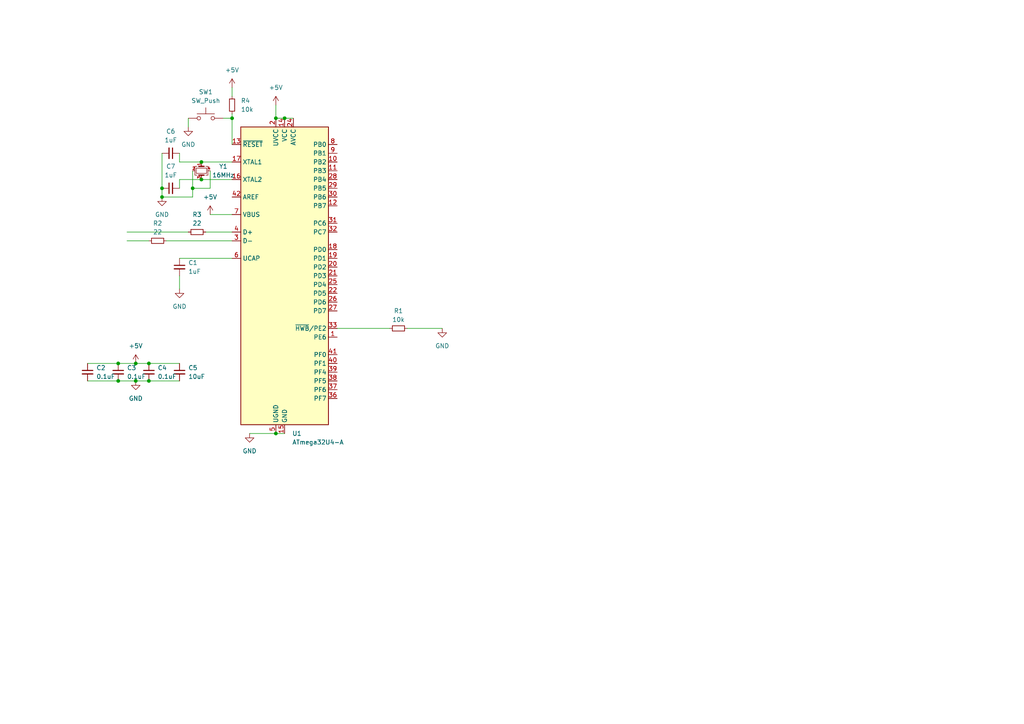
<source format=kicad_sch>
(kicad_sch (version 20230121) (generator eeschema)
  (paper "A4")
  (lib_symbols
    (symbol "Device:C_Small" (pin_numbers hide) (pin_names (offset 0.254) hide)
      (property "Reference" "C" (at 0.254 1.778 0))
      (property "Value" "C_Small" (at 0.254 -2.032 0))
      (symbol "C_Small_0_1"
        (polyline (pts (xy -1.524 -0.508) (xy 1.524 -0.508)) (stroke (width 0.3302)))
        (polyline (pts (xy -1.524 0.508) (xy 1.524 0.508)) (stroke (width 0.3048)))
      )
      (symbol "C_Small_1_1"
        (pin passive line (at 0 2.54 270) (length 2.032) (name "~") (number "1"))
        (pin passive line (at 0 -2.54 90) (length 2.032) (name "~") (number "2"))
      )
    )
    (symbol "Device:Crystal_GND24_Small" (pin_names (offset 1.016) hide)
      (property "Reference" "Y" (at 1.27 4.445 0))
      (property "Value" "Crystal_GND24_Small" (at 1.27 2.54 0))
      (symbol "Crystal_GND24_Small_0_1"
        (rectangle (start -0.762 -1.524) (end 0.762 1.524))
        (polyline (pts (xy -1.27 -0.762) (xy -1.27 0.762)) (stroke (width 0.381)))
        (polyline (pts (xy 1.27 -0.762) (xy 1.27 0.762)) (stroke (width 0.381)))
        (polyline (pts (xy -1.27 -1.27) (xy -1.27 -1.905) (xy 1.27 -1.905) (xy 1.27 -1.27)))
        (polyline (pts (xy -1.27 1.27) (xy -1.27 1.905) (xy 1.27 1.905) (xy 1.27 1.27)))
      )
      (symbol "Crystal_GND24_Small_1_1"
        (pin passive line (at -2.54 0 0) (length 1.27) (name "1") (number "1"))
        (pin passive line (at 0 -2.54 90) (length 0.635) (name "2") (number "2"))
        (pin passive line (at 2.54 0 180) (length 1.27) (name "3") (number "3"))
        (pin passive line (at 0 2.54 270) (length 0.635) (name "4") (number "4"))
      )
    )
    (symbol "Device:R_Small" (pin_numbers hide) (pin_names (offset 0.254) hide)
      (property "Reference" "R" (at 0.762 0.508 0))
      (property "Value" "R_Small" (at 0.762 -1.016 0))
      (symbol "R_Small_0_1"
        (rectangle (start -0.762 1.778) (end 0.762 -1.778) (stroke (width 0.2032)))
      )
      (symbol "R_Small_1_1"
        (pin passive line (at 0 2.54 270) (length 0.762) (name "~") (number "1"))
        (pin passive line (at 0 -2.54 90) (length 0.762) (name "~") (number "2"))
      )
    )
    (symbol "MCU_Microchip_ATmega:ATmega32U4-A"
      (property "Reference" "U" (at -12.7 44.45 0))
      (property "Value" "ATmega32U4-A" (at 2.54 -44.45 0))
      (symbol "ATmega32U4-A_0_1"
        (rectangle (start -12.7 -43.18) (end 12.7 43.18) (stroke (width 0.254)) (fill (type background)))
      )
      (symbol "ATmega32U4-A_1_1"
        (pin bidirectional line (at 15.24 -17.78 180) (length 2.54) (name "PE6") (number "1"))
        (pin bidirectional line (at 15.24 33.02 180) (length 2.54) (name "PB2") (number "10"))
        (pin bidirectional line (at 15.24 30.48 180) (length 2.54) (name "PB3") (number "11"))
        (pin bidirectional line (at 15.24 20.32 180) (length 2.54) (name "PB7") (number "12"))
        (pin input line (at -15.24 38.1 0) (length 2.54) (name "~{RESET}") (number "13"))
        (pin power_in line (at 0 45.72 270) (length 2.54) (name "VCC") (number "14"))
        (pin power_in line (at 0 -45.72 90) (length 2.54) (name "GND") (number "15"))
        (pin output line (at -15.24 27.94 0) (length 2.54) (name "XTAL2") (number "16"))
        (pin input line (at -15.24 33.02 0) (length 2.54) (name "XTAL1") (number "17"))
        (pin bidirectional line (at 15.24 7.62 180) (length 2.54) (name "PD0") (number "18"))
        (pin bidirectional line (at 15.24 5.08 180) (length 2.54) (name "PD1") (number "19"))
        (pin power_in line (at -2.54 45.72 270) (length 2.54) (name "UVCC") (number "2"))
        (pin bidirectional line (at 15.24 2.54 180) (length 2.54) (name "PD2") (number "20"))
        (pin bidirectional line (at 15.24 0 180) (length 2.54) (name "PD3") (number "21"))
        (pin bidirectional line (at 15.24 -5.08 180) (length 2.54) (name "PD5") (number "22"))
        (pin passive line (at 0 -45.72 90) (length 2.54) hide (name "GND") (number "23"))
        (pin power_in line (at 2.54 45.72 270) (length 2.54) (name "AVCC") (number "24"))
        (pin bidirectional line (at 15.24 -2.54 180) (length 2.54) (name "PD4") (number "25"))
        (pin bidirectional line (at 15.24 -7.62 180) (length 2.54) (name "PD6") (number "26"))
        (pin bidirectional line (at 15.24 -10.16 180) (length 2.54) (name "PD7") (number "27"))
        (pin bidirectional line (at 15.24 27.94 180) (length 2.54) (name "PB4") (number "28"))
        (pin bidirectional line (at 15.24 25.4 180) (length 2.54) (name "PB5") (number "29"))
        (pin bidirectional line (at -15.24 10.16 0) (length 2.54) (name "D-") (number "3"))
        (pin bidirectional line (at 15.24 22.86 180) (length 2.54) (name "PB6") (number "30"))
        (pin bidirectional line (at 15.24 15.24 180) (length 2.54) (name "PC6") (number "31"))
        (pin bidirectional line (at 15.24 12.7 180) (length 2.54) (name "PC7") (number "32"))
        (pin bidirectional line (at 15.24 -15.24 180) (length 2.54) (name "~{HWB}/PE2") (number "33"))
        (pin passive line (at 0 45.72 270) (length 2.54) hide (name "VCC") (number "34"))
        (pin passive line (at 0 -45.72 90) (length 2.54) hide (name "GND") (number "35"))
        (pin bidirectional line (at 15.24 -35.56 180) (length 2.54) (name "PF7") (number "36"))
        (pin bidirectional line (at 15.24 -33.02 180) (length 2.54) (name "PF6") (number "37"))
        (pin bidirectional line (at 15.24 -30.48 180) (length 2.54) (name "PF5") (number "38"))
        (pin bidirectional line (at 15.24 -27.94 180) (length 2.54) (name "PF4") (number "39"))
        (pin bidirectional line (at -15.24 12.7 0) (length 2.54) (name "D+") (number "4"))
        (pin bidirectional line (at 15.24 -25.4 180) (length 2.54) (name "PF1") (number "40"))
        (pin bidirectional line (at 15.24 -22.86 180) (length 2.54) (name "PF0") (number "41"))
        (pin passive line (at -15.24 22.86 0) (length 2.54) (name "AREF") (number "42"))
        (pin passive line (at 0 -45.72 90) (length 2.54) hide (name "GND") (number "43"))
        (pin passive line (at 2.54 45.72 270) (length 2.54) hide (name "AVCC") (number "44"))
        (pin passive line (at -2.54 -45.72 90) (length 2.54) (name "UGND") (number "5"))
        (pin passive line (at -15.24 5.08 0) (length 2.54) (name "UCAP") (number "6"))
        (pin input line (at -15.24 17.78 0) (length 2.54) (name "VBUS") (number "7"))
        (pin bidirectional line (at 15.24 38.1 180) (length 2.54) (name "PB0") (number "8"))
        (pin bidirectional line (at 15.24 35.56 180) (length 2.54) (name "PB1") (number "9"))
      )
    )
    (symbol "Switch:SW_Push" (pin_numbers hide) (pin_names (offset 1.016) hide)
      (property "Reference" "SW" (at 1.27 2.54 0))
      (property "Value" "SW_Push" (at 0 -1.524 0))
      (symbol "SW_Push_0_1"
        (circle (center -2.032 0) (radius 0.508))
        (polyline (pts (xy 0 1.27) (xy 0 3.048)))
        (polyline (pts (xy 2.54 1.27) (xy -2.54 1.27)))
        (circle (center 2.032 0) (radius 0.508))
        (pin passive line (at -5.08 0 0) (length 2.54) (name "1") (number "1"))
        (pin passive line (at 5.08 0 180) (length 2.54) (name "2") (number "2"))
      )
    )
    (symbol "power:+5V" (power) (pin_names (offset 0))
      (property "Value" "+5V" (at 0 3.556 0))
      (symbol "+5V_0_1"
        (polyline (pts (xy -0.762 1.27) (xy 0 2.54)))
        (polyline (pts (xy 0 0) (xy 0 2.54)))
        (polyline (pts (xy 0 2.54) (xy 0.762 1.27)))
      )
      (symbol "+5V_1_1"
        (pin power_in line (at 0 0 90) (length 0) hide (name "+5V") (number "1"))
      )
    )
    (symbol "power:GND" (power) (pin_names (offset 0))
      (property "Value" "GND" (at 0 -3.81 0))
      (symbol "GND_0_1"
        (polyline (pts (xy 0 0) (xy 0 -1.27) (xy 1.27 -1.27) (xy 0 -2.54) (xy -1.27 -1.27) (xy 0 -1.27)))
      )
      (symbol "GND_1_1"
        (pin power_in line (at 0 0 270) (length 0) hide (name "GND") (number "1"))
      )
    )
  )
  (junction (at 43.18 110.49))
  (junction (at 80.01 125.73))
  (junction (at 43.18 105.41))
  (junction (at 34.29 110.49))
  (junction (at 39.37 105.41))
  (junction (at 82.55 34.29))
  (junction (at 34.29 105.41))
  (junction (at 58.42 52.07))
  (junction (at 46.99 57.15))
  (junction (at 39.37 110.49))
  (junction (at 80.01 34.29))
  (junction (at 58.42 46.99))
  (junction (at 67.31 34.29))
  (junction (at 55.88 54.61))
  (junction (at 46.99 54.61))
  (wire (pts (xy 55.88 54.61) (xy 60.96 54.61)))
  (wire (pts (xy 48.26 69.85) (xy 67.31 69.85)))
  (wire (pts (xy 80.01 34.29) (xy 82.55 34.29)))
  (wire (pts (xy 97.79 95.25) (xy 113.03 95.25)))
  (wire (pts (xy 82.55 34.29) (xy 85.09 34.29)))
  (wire (pts (xy 36.83 67.31) (xy 54.61 67.31)))
  (wire (pts (xy 118.11 95.25) (xy 128.27 95.25)))
  (wire (pts (xy 52.07 52.07) (xy 52.07 54.61)))
  (wire (pts (xy 36.83 69.85) (xy 43.18 69.85)))
  (wire (pts (xy 58.42 46.99) (xy 52.07 46.99)))
  (wire (pts (xy 43.18 110.49) (xy 52.07 110.49)))
  (wire (pts (xy 58.42 52.07) (xy 67.31 52.07)))
  (wire (pts (xy 55.88 54.61) (xy 55.88 57.15)))
  (wire (pts (xy 67.31 34.29) (xy 67.31 41.91)))
  (wire (pts (xy 64.77 34.29) (xy 67.31 34.29)))
  (wire (pts (xy 60.96 62.23) (xy 67.31 62.23)))
  (wire (pts (xy 80.01 125.73) (xy 82.55 125.73)))
  (wire (pts (xy 58.42 52.07) (xy 52.07 52.07)))
  (wire (pts (xy 25.4 110.49) (xy 34.29 110.49)))
  (wire (pts (xy 52.07 74.93) (xy 67.31 74.93)))
  (wire (pts (xy 67.31 33.02) (xy 67.31 34.29)))
  (wire (pts (xy 54.61 34.29) (xy 54.61 36.83)))
  (wire (pts (xy 46.99 57.15) (xy 55.88 57.15)))
  (wire (pts (xy 52.07 80.01) (xy 52.07 83.82)))
  (wire (pts (xy 25.4 105.41) (xy 34.29 105.41)))
  (wire (pts (xy 59.69 67.31) (xy 67.31 67.31)))
  (wire (pts (xy 39.37 110.49) (xy 43.18 110.49)))
  (wire (pts (xy 34.29 105.41) (xy 39.37 105.41)))
  (wire (pts (xy 46.99 44.45) (xy 46.99 54.61)))
  (wire (pts (xy 39.37 105.41) (xy 43.18 105.41)))
  (wire (pts (xy 72.39 125.73) (xy 80.01 125.73)))
  (wire (pts (xy 67.31 25.4) (xy 67.31 27.94)))
  (wire (pts (xy 58.42 46.99) (xy 67.31 46.99)))
  (wire (pts (xy 55.88 49.53) (xy 55.88 54.61)))
  (wire (pts (xy 60.96 49.53) (xy 60.96 54.61)))
  (wire (pts (xy 46.99 54.61) (xy 46.99 57.15)))
  (wire (pts (xy 43.18 105.41) (xy 52.07 105.41)))
  (wire (pts (xy 34.29 110.49) (xy 39.37 110.49)))
  (wire (pts (xy 52.07 46.99) (xy 52.07 44.45)))
  (wire (pts (xy 80.01 30.48) (xy 80.01 34.29)))
  (symbol (lib_id "Device:C_Small") (at 52.07 107.95 0) (unit 1)
    (property "Reference" "C5" (at 54.61 106.6863 0) (effects (justify left)))
    (property "Value" "10uF" (at 54.61 109.2263 0) (effects (justify left)))
  )
  (symbol (lib_id "Device:R_Small") (at 67.31 30.48 180) (unit 1)
    (property "Reference" "R4" (at 69.85 29.21 0) (effects (justify right)))
    (property "Value" "10k" (at 69.85 31.75 0) (effects (justify right)))
  )
  (symbol (lib_id "power:+5V") (at 60.96 62.23 0) (unit 1)
    (property "Reference" "#PWR07" (effects hide))
    (property "Value" "+5V" (at 60.96 57.15 0))
  )
  (symbol (lib_id "Device:C_Small") (at 52.07 77.47 0) (unit 1)
    (property "Reference" "C1" (at 54.61 76.2063 0) (effects (justify left)))
    (property "Value" "1uF" (at 54.61 78.7463 0) (effects (justify left)))
  )
  (symbol (lib_id "Device:C_Small") (at 25.4 107.95 0) (unit 1)
    (property "Reference" "C2" (at 27.94 106.6863 0) (effects (justify left)))
    (property "Value" "0.1uF" (at 27.94 109.2263 0) (effects (justify left)))
  )
  (symbol (lib_id "power:GND") (at 46.99 57.15 0) (unit 1)
    (property "Reference" "#PWR08" (effects hide))
    (property "Value" "GND" (at 46.99 62.23 0))
  )
  (symbol (lib_id "Device:C_Small") (at 34.29 107.95 0) (unit 1)
    (property "Reference" "C3" (at 36.83 106.6863 0) (effects (justify left)))
    (property "Value" "0.1uF" (at 36.83 109.2263 0) (effects (justify left)))
  )
  (symbol (lib_id "power:GND") (at 52.07 83.82 0) (unit 1)
    (property "Reference" "#PWR04" (effects hide))
    (property "Value" "GND" (at 52.07 88.9 0))
  )
  (symbol (lib_id "power:+5V") (at 80.01 30.48 0) (unit 1)
    (property "Reference" "#PWR02" (effects hide))
    (property "Value" "+5V" (at 80.01 25.4 0))
  )
  (symbol (lib_id "Device:R_Small") (at 115.57 95.25 90) (unit 1)
    (property "Reference" "R1" (at 115.57 90.17 90))
    (property "Value" "10k" (at 115.57 92.71 90))
  )
  (symbol (lib_id "Device:C_Small") (at 43.18 107.95 0) (unit 1)
    (property "Reference" "C4" (at 45.72 106.6863 0) (effects (justify left)))
    (property "Value" "0.1uF" (at 45.72 109.2263 0) (effects (justify left)))
  )
  (symbol (lib_id "Device:C_Small") (at 49.53 44.45 270) (unit 1)
    (property "Reference" "C6" (at 49.5236 38.1 90))
    (property "Value" "1uF" (at 49.5236 40.64 90))
  )
  (symbol (lib_id "Device:R_Small") (at 57.15 67.31 90) (unit 1)
    (property "Reference" "R3" (at 57.15 62.23 90))
    (property "Value" "22" (at 57.15 64.77 90))
  )
  (symbol (lib_id "Device:Crystal_GND24_Small") (at 58.42 49.53 270) (unit 1)
    (property "Reference" "Y1" (at 64.77 48.26 90))
    (property "Value" "16MHz" (at 64.77 50.8 90))
  )
  (symbol (lib_id "power:+5V") (at 39.37 105.41 0) (unit 1)
    (property "Reference" "#PWR06" (effects hide))
    (property "Value" "+5V" (at 39.37 100.33 0))
  )
  (symbol (lib_id "power:+5V") (at 67.31 25.4 0) (unit 1)
    (property "Reference" "#PWR010" (effects hide))
    (property "Value" "+5V" (at 67.31 20.32 0))
  )
  (symbol (lib_id "Device:R_Small") (at 45.72 69.85 90) (unit 1)
    (property "Reference" "R2" (at 45.72 64.77 90))
    (property "Value" "22" (at 45.72 67.31 90))
  )
  (symbol (lib_id "power:GND") (at 72.39 125.73 0) (unit 1)
    (property "Reference" "#PWR01" (effects hide))
    (property "Value" "GND" (at 72.39 130.81 0))
  )
  (symbol (lib_id "power:GND") (at 128.27 95.25 0) (unit 1)
    (property "Reference" "#PWR03" (effects hide))
    (property "Value" "GND" (at 128.27 100.33 0))
  )
  (symbol (lib_id "Device:C_Small") (at 49.53 54.61 90) (unit 1)
    (property "Reference" "C7" (at 49.5363 48.26 90))
    (property "Value" "1uF" (at 49.53 50.8 90))
  )
  (symbol (lib_id "power:GND") (at 39.37 110.49 0) (unit 1)
    (property "Reference" "#PWR05" (effects hide))
    (property "Value" "GND" (at 39.37 115.57 0))
  )
  (symbol (lib_id "power:GND") (at 54.61 36.83 0) (unit 1)
    (property "Reference" "#PWR09" (effects hide))
    (property "Value" "GND" (at 54.61 41.91 0))
  )
  (symbol (lib_id "MCU_Microchip_ATmega:ATmega32U4-A") (at 82.55 80.01 0) (unit 1)
    (property "Reference" "U1" (at 84.7441 125.73 0) (effects (justify left)))
    (property "Value" "ATmega32U4-A" (at 84.7441 128.27 0) (effects (justify left)))
    (property "Footprint" "Package_QFP:TQFP-44_10x10mm_P0.8mm" (effects hide))
    (property "Datasheet" "http://ww1.microchip.com/downloads/en/DeviceDoc/Atmel-7766-8-bit-AVR-ATmega16U4-32U4_Datasheet.pdf" (effects hide))
  )
  (symbol (lib_id "Switch:SW_Push") (at 59.69 34.29 0) (unit 1)
    (property "Reference" "SW1" (at 59.69 26.67 0))
    (property "Value" "SW_Push" (at 59.69 29.21 0))
  )
)
</source>
